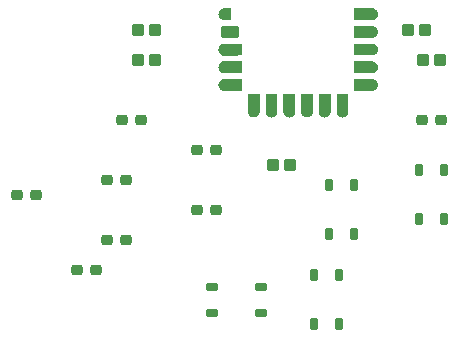
<source format=gtp>
G04*
G04 #@! TF.GenerationSoftware,Altium Limited,Altium Designer,25.4.2 (15)*
G04*
G04 Layer_Color=8421504*
%FSLAX44Y44*%
%MOMM*%
G71*
G04*
G04 #@! TF.SameCoordinates,122F49FF-69CD-467C-8DFD-42ED72D14C47*
G04*
G04*
G04 #@! TF.FilePolarity,Positive*
G04*
G01*
G75*
G04:AMPARAMS|DCode=13|XSize=1mm|YSize=1.6mm|CornerRadius=0.25mm|HoleSize=0mm|Usage=FLASHONLY|Rotation=0.000|XOffset=0mm|YOffset=0mm|HoleType=Round|Shape=RoundedRectangle|*
%AMROUNDEDRECTD13*
21,1,1.0000,1.1000,0,0,0.0*
21,1,0.5000,1.6000,0,0,0.0*
1,1,0.5000,0.2500,-0.5500*
1,1,0.5000,-0.2500,-0.5500*
1,1,0.5000,-0.2500,0.5500*
1,1,0.5000,0.2500,0.5500*
%
%ADD13ROUNDEDRECTD13*%
G04:AMPARAMS|DCode=14|XSize=1.6mm|YSize=1mm|CornerRadius=0.25mm|HoleSize=0mm|Usage=FLASHONLY|Rotation=0.000|XOffset=0mm|YOffset=0mm|HoleType=Round|Shape=RoundedRectangle|*
%AMROUNDEDRECTD14*
21,1,1.6000,0.5000,0,0,0.0*
21,1,1.1000,1.0000,0,0,0.0*
1,1,0.5000,0.5500,-0.2500*
1,1,0.5000,-0.5500,-0.2500*
1,1,0.5000,-0.5500,0.2500*
1,1,0.5000,0.5500,0.2500*
%
%ADD14ROUNDEDRECTD14*%
G04:AMPARAMS|DCode=15|XSize=1mm|YSize=1.1mm|CornerRadius=0.25mm|HoleSize=0mm|Usage=FLASHONLY|Rotation=90.000|XOffset=0mm|YOffset=0mm|HoleType=Round|Shape=RoundedRectangle|*
%AMROUNDEDRECTD15*
21,1,1.0000,0.6000,0,0,90.0*
21,1,0.5000,1.1000,0,0,90.0*
1,1,0.5000,0.3000,0.2500*
1,1,0.5000,0.3000,-0.2500*
1,1,0.5000,-0.3000,-0.2500*
1,1,0.5000,-0.3000,0.2500*
%
%ADD15ROUNDEDRECTD15*%
G04:AMPARAMS|DCode=16|XSize=0.9mm|YSize=0.95mm|CornerRadius=0.225mm|HoleSize=0mm|Usage=FLASHONLY|Rotation=90.000|XOffset=0mm|YOffset=0mm|HoleType=Round|Shape=RoundedRectangle|*
%AMROUNDEDRECTD16*
21,1,0.9000,0.5000,0,0,90.0*
21,1,0.4500,0.9500,0,0,90.0*
1,1,0.4500,0.2500,0.2250*
1,1,0.4500,0.2500,-0.2250*
1,1,0.4500,-0.2500,-0.2250*
1,1,0.4500,-0.2500,0.2250*
%
%ADD16ROUNDEDRECTD16*%
G04:AMPARAMS|DCode=17|XSize=0.65mm|YSize=1.05mm|CornerRadius=0.1625mm|HoleSize=0mm|Usage=FLASHONLY|Rotation=0.000|XOffset=0mm|YOffset=0mm|HoleType=Round|Shape=RoundedRectangle|*
%AMROUNDEDRECTD17*
21,1,0.6500,0.7250,0,0,0.0*
21,1,0.3250,1.0500,0,0,0.0*
1,1,0.3250,0.1625,-0.3625*
1,1,0.3250,-0.1625,-0.3625*
1,1,0.3250,-0.1625,0.3625*
1,1,0.3250,0.1625,0.3625*
%
%ADD17ROUNDEDRECTD17*%
G04:AMPARAMS|DCode=18|XSize=0.65mm|YSize=1.05mm|CornerRadius=0.1625mm|HoleSize=0mm|Usage=FLASHONLY|Rotation=270.000|XOffset=0mm|YOffset=0mm|HoleType=Round|Shape=RoundedRectangle|*
%AMROUNDEDRECTD18*
21,1,0.6500,0.7250,0,0,270.0*
21,1,0.3250,1.0500,0,0,270.0*
1,1,0.3250,-0.3625,-0.1625*
1,1,0.3250,-0.3625,0.1625*
1,1,0.3250,0.3625,0.1625*
1,1,0.3250,0.3625,-0.1625*
%
%ADD18ROUNDEDRECTD18*%
G36*
X235733Y197550D02*
X235726Y197288D01*
X235705Y197027D01*
X235671Y196768D01*
X235623Y196511D01*
X235562Y196256D01*
X235488Y196005D01*
X235401Y195758D01*
X235300Y195516D01*
X235188Y195280D01*
X235063Y195050D01*
X234926Y194827D01*
X234778Y194611D01*
X234618Y194403D01*
X234448Y194204D01*
X234268Y194014D01*
X234078Y193834D01*
X233879Y193664D01*
X233672Y193505D01*
X233456Y193357D01*
X233233Y193220D01*
X233003Y193095D01*
X232766Y192982D01*
X232525Y192882D01*
X232278Y192795D01*
X232027Y192720D01*
X231772Y192659D01*
X231515Y192612D01*
X231255Y192577D01*
X230994Y192557D01*
X230733Y192550D01*
X230471Y192557D01*
X230210Y192577D01*
X229951Y192612D01*
X229693Y192659D01*
X229439Y192720D01*
X229188Y192795D01*
X228941Y192882D01*
X228699Y192982D01*
X228463Y193095D01*
X228233Y193220D01*
X228009Y193357D01*
X227794Y193505D01*
X227586Y193664D01*
X227387Y193834D01*
X227197Y194014D01*
X227017Y194204D01*
X226847Y194403D01*
X226688Y194611D01*
X226539Y194827D01*
X226403Y195050D01*
X226278Y195280D01*
X226165Y195516D01*
X226065Y195758D01*
X225977Y196005D01*
X225903Y196256D01*
X225842Y196511D01*
X225794Y196768D01*
X225760Y197027D01*
X225740Y197288D01*
X225733Y197550D01*
Y212550D01*
X235733D01*
Y197550D01*
D02*
G37*
G36*
X250733D02*
X250726Y197288D01*
X250705Y197027D01*
X250671Y196768D01*
X250623Y196511D01*
X250562Y196256D01*
X250488Y196005D01*
X250401Y195758D01*
X250300Y195516D01*
X250188Y195280D01*
X250063Y195050D01*
X249926Y194827D01*
X249778Y194611D01*
X249618Y194403D01*
X249448Y194204D01*
X249268Y194014D01*
X249078Y193834D01*
X248879Y193664D01*
X248672Y193505D01*
X248456Y193357D01*
X248233Y193220D01*
X248003Y193095D01*
X247766Y192982D01*
X247525Y192882D01*
X247278Y192795D01*
X247027Y192720D01*
X246772Y192659D01*
X246515Y192612D01*
X246255Y192577D01*
X245994Y192557D01*
X245733Y192550D01*
X245471Y192557D01*
X245210Y192577D01*
X244951Y192612D01*
X244693Y192659D01*
X244439Y192720D01*
X244188Y192795D01*
X243941Y192882D01*
X243699Y192982D01*
X243463Y193095D01*
X243233Y193220D01*
X243009Y193357D01*
X242794Y193505D01*
X242586Y193664D01*
X242387Y193834D01*
X242197Y194014D01*
X242017Y194204D01*
X241847Y194403D01*
X241688Y194611D01*
X241539Y194827D01*
X241403Y195050D01*
X241278Y195280D01*
X241165Y195516D01*
X241065Y195758D01*
X240977Y196005D01*
X240903Y196256D01*
X240842Y196511D01*
X240794Y196768D01*
X240760Y197027D01*
X240740Y197288D01*
X240733Y197550D01*
Y212550D01*
X250733D01*
Y197550D01*
D02*
G37*
G36*
X265733D02*
X265726Y197288D01*
X265705Y197027D01*
X265671Y196768D01*
X265623Y196511D01*
X265562Y196256D01*
X265488Y196005D01*
X265401Y195758D01*
X265300Y195516D01*
X265188Y195280D01*
X265063Y195050D01*
X264926Y194827D01*
X264778Y194611D01*
X264618Y194403D01*
X264448Y194204D01*
X264268Y194014D01*
X264078Y193834D01*
X263879Y193664D01*
X263672Y193505D01*
X263456Y193357D01*
X263233Y193220D01*
X263003Y193095D01*
X262766Y192982D01*
X262525Y192882D01*
X262278Y192795D01*
X262027Y192720D01*
X261772Y192659D01*
X261515Y192612D01*
X261255Y192577D01*
X260994Y192557D01*
X260733Y192550D01*
X260471Y192557D01*
X260210Y192577D01*
X259951Y192612D01*
X259693Y192659D01*
X259439Y192720D01*
X259188Y192795D01*
X258941Y192882D01*
X258699Y192982D01*
X258463Y193095D01*
X258233Y193220D01*
X258009Y193357D01*
X257794Y193505D01*
X257586Y193664D01*
X257387Y193834D01*
X257197Y194014D01*
X257017Y194204D01*
X256847Y194403D01*
X256688Y194611D01*
X256539Y194827D01*
X256403Y195050D01*
X256278Y195280D01*
X256165Y195516D01*
X256065Y195758D01*
X255977Y196005D01*
X255903Y196256D01*
X255842Y196511D01*
X255794Y196768D01*
X255760Y197027D01*
X255740Y197288D01*
X255733Y197550D01*
Y212550D01*
X265733D01*
Y197550D01*
D02*
G37*
G36*
X220733Y215050D02*
X205733D01*
X205471Y215057D01*
X205210Y215077D01*
X204951Y215112D01*
X204693Y215159D01*
X204439Y215220D01*
X204188Y215295D01*
X203941Y215382D01*
X203699Y215482D01*
X203463Y215595D01*
X203233Y215720D01*
X203009Y215857D01*
X202794Y216005D01*
X202586Y216164D01*
X202387Y216334D01*
X202197Y216514D01*
X202017Y216704D01*
X201847Y216903D01*
X201688Y217111D01*
X201539Y217327D01*
X201403Y217550D01*
X201278Y217780D01*
X201165Y218016D01*
X201065Y218258D01*
X200977Y218505D01*
X200903Y218756D01*
X200842Y219011D01*
X200794Y219268D01*
X200760Y219527D01*
X200740Y219788D01*
X200733Y220050D01*
X200740Y220312D01*
X200760Y220573D01*
X200794Y220832D01*
X200842Y221090D01*
X200903Y221344D01*
X200977Y221595D01*
X201065Y221842D01*
X201165Y222084D01*
X201278Y222320D01*
X201403Y222550D01*
X201539Y222773D01*
X201688Y222989D01*
X201847Y223197D01*
X202017Y223396D01*
X202197Y223585D01*
X202387Y223766D01*
X202586Y223936D01*
X202794Y224095D01*
X203009Y224243D01*
X203233Y224380D01*
X203463Y224505D01*
X203699Y224618D01*
X203941Y224718D01*
X204188Y224805D01*
X204439Y224880D01*
X204693Y224941D01*
X204951Y224988D01*
X205210Y225023D01*
X205471Y225043D01*
X205733Y225050D01*
X220733D01*
Y215050D01*
D02*
G37*
G36*
Y230050D02*
X205733D01*
X205471Y230057D01*
X205210Y230077D01*
X204951Y230112D01*
X204693Y230159D01*
X204439Y230220D01*
X204188Y230295D01*
X203941Y230382D01*
X203699Y230482D01*
X203463Y230595D01*
X203233Y230720D01*
X203009Y230857D01*
X202794Y231005D01*
X202586Y231164D01*
X202387Y231334D01*
X202197Y231514D01*
X202017Y231704D01*
X201847Y231903D01*
X201688Y232111D01*
X201539Y232327D01*
X201403Y232550D01*
X201278Y232780D01*
X201165Y233016D01*
X201065Y233258D01*
X200977Y233505D01*
X200903Y233756D01*
X200842Y234011D01*
X200794Y234268D01*
X200760Y234527D01*
X200740Y234788D01*
X200733Y235050D01*
X200740Y235312D01*
X200760Y235573D01*
X200794Y235832D01*
X200842Y236090D01*
X200903Y236344D01*
X200977Y236595D01*
X201065Y236842D01*
X201165Y237084D01*
X201278Y237320D01*
X201403Y237550D01*
X201539Y237773D01*
X201688Y237989D01*
X201847Y238197D01*
X202017Y238396D01*
X202197Y238585D01*
X202387Y238766D01*
X202586Y238936D01*
X202794Y239095D01*
X203009Y239243D01*
X203233Y239380D01*
X203463Y239505D01*
X203699Y239618D01*
X203941Y239718D01*
X204188Y239805D01*
X204439Y239880D01*
X204693Y239941D01*
X204951Y239988D01*
X205210Y240023D01*
X205471Y240043D01*
X205733Y240050D01*
X220733D01*
Y230050D01*
D02*
G37*
G36*
Y245050D02*
X205733D01*
X205471Y245057D01*
X205210Y245077D01*
X204951Y245112D01*
X204693Y245159D01*
X204439Y245220D01*
X204188Y245295D01*
X203941Y245382D01*
X203699Y245482D01*
X203463Y245595D01*
X203233Y245720D01*
X203009Y245857D01*
X202794Y246005D01*
X202586Y246164D01*
X202387Y246334D01*
X202197Y246514D01*
X202017Y246704D01*
X201847Y246903D01*
X201688Y247111D01*
X201539Y247327D01*
X201403Y247550D01*
X201278Y247780D01*
X201165Y248016D01*
X201065Y248258D01*
X200977Y248505D01*
X200903Y248756D01*
X200842Y249010D01*
X200794Y249268D01*
X200760Y249527D01*
X200740Y249788D01*
X200733Y250050D01*
X200740Y250312D01*
X200760Y250573D01*
X200794Y250832D01*
X200842Y251090D01*
X200903Y251344D01*
X200977Y251595D01*
X201065Y251842D01*
X201165Y252084D01*
X201278Y252320D01*
X201403Y252550D01*
X201539Y252773D01*
X201688Y252989D01*
X201847Y253197D01*
X202017Y253396D01*
X202197Y253585D01*
X202387Y253766D01*
X202586Y253936D01*
X202794Y254095D01*
X203009Y254243D01*
X203233Y254380D01*
X203463Y254505D01*
X203699Y254618D01*
X203941Y254718D01*
X204188Y254805D01*
X204439Y254880D01*
X204693Y254941D01*
X204951Y254988D01*
X205210Y255023D01*
X205471Y255043D01*
X205733Y255050D01*
X220733D01*
Y245050D01*
D02*
G37*
G36*
X211733Y275050D02*
X205733D01*
X205471Y275057D01*
X205210Y275077D01*
X204951Y275112D01*
X204693Y275159D01*
X204439Y275220D01*
X204188Y275295D01*
X203941Y275382D01*
X203699Y275482D01*
X203463Y275595D01*
X203233Y275720D01*
X203009Y275857D01*
X202794Y276005D01*
X202586Y276164D01*
X202387Y276334D01*
X202197Y276514D01*
X202017Y276704D01*
X201847Y276903D01*
X201688Y277111D01*
X201539Y277327D01*
X201403Y277550D01*
X201278Y277780D01*
X201165Y278016D01*
X201065Y278258D01*
X200977Y278505D01*
X200903Y278756D01*
X200842Y279010D01*
X200794Y279268D01*
X200760Y279527D01*
X200740Y279788D01*
X200733Y280050D01*
X200740Y280312D01*
X200760Y280573D01*
X200794Y280832D01*
X200842Y281090D01*
X200903Y281344D01*
X200977Y281595D01*
X201065Y281842D01*
X201165Y282084D01*
X201278Y282320D01*
X201403Y282550D01*
X201539Y282773D01*
X201688Y282989D01*
X201847Y283197D01*
X202017Y283396D01*
X202197Y283585D01*
X202387Y283766D01*
X202586Y283936D01*
X202794Y284095D01*
X203009Y284243D01*
X203233Y284380D01*
X203463Y284505D01*
X203699Y284618D01*
X203941Y284718D01*
X204188Y284805D01*
X204439Y284880D01*
X204693Y284941D01*
X204951Y284988D01*
X205210Y285023D01*
X205471Y285043D01*
X205733Y285050D01*
X211733D01*
Y275050D01*
D02*
G37*
G36*
X280733Y197550D02*
X280726Y197288D01*
X280705Y197027D01*
X280671Y196768D01*
X280623Y196511D01*
X280562Y196256D01*
X280488Y196005D01*
X280401Y195758D01*
X280300Y195516D01*
X280188Y195280D01*
X280063Y195050D01*
X279926Y194827D01*
X279778Y194611D01*
X279618Y194403D01*
X279448Y194204D01*
X279268Y194014D01*
X279078Y193834D01*
X278879Y193664D01*
X278672Y193505D01*
X278456Y193357D01*
X278233Y193220D01*
X278003Y193095D01*
X277766Y192982D01*
X277525Y192882D01*
X277278Y192795D01*
X277027Y192720D01*
X276772Y192659D01*
X276515Y192612D01*
X276255Y192577D01*
X275994Y192557D01*
X275733Y192550D01*
X275471Y192557D01*
X275210Y192577D01*
X274951Y192612D01*
X274693Y192659D01*
X274439Y192720D01*
X274188Y192795D01*
X273941Y192882D01*
X273699Y192982D01*
X273463Y193095D01*
X273233Y193220D01*
X273009Y193357D01*
X272794Y193505D01*
X272586Y193664D01*
X272387Y193834D01*
X272197Y194014D01*
X272017Y194204D01*
X271847Y194403D01*
X271688Y194611D01*
X271539Y194827D01*
X271403Y195050D01*
X271278Y195280D01*
X271165Y195516D01*
X271065Y195758D01*
X270977Y196005D01*
X270903Y196256D01*
X270842Y196511D01*
X270794Y196768D01*
X270760Y197027D01*
X270740Y197288D01*
X270733Y197550D01*
Y212550D01*
X280733D01*
Y197550D01*
D02*
G37*
G36*
X295733D02*
X295726Y197288D01*
X295705Y197027D01*
X295671Y196768D01*
X295623Y196511D01*
X295562Y196256D01*
X295488Y196005D01*
X295401Y195758D01*
X295301Y195516D01*
X295188Y195280D01*
X295063Y195050D01*
X294926Y194827D01*
X294778Y194611D01*
X294618Y194403D01*
X294448Y194204D01*
X294268Y194014D01*
X294078Y193834D01*
X293879Y193664D01*
X293672Y193505D01*
X293456Y193357D01*
X293233Y193220D01*
X293003Y193095D01*
X292766Y192982D01*
X292525Y192882D01*
X292278Y192795D01*
X292027Y192720D01*
X291772Y192659D01*
X291515Y192612D01*
X291255Y192577D01*
X290994Y192557D01*
X290733Y192550D01*
X290471Y192557D01*
X290210Y192577D01*
X289951Y192612D01*
X289693Y192659D01*
X289439Y192720D01*
X289188Y192795D01*
X288941Y192882D01*
X288699Y192982D01*
X288463Y193095D01*
X288233Y193220D01*
X288009Y193357D01*
X287794Y193505D01*
X287586Y193664D01*
X287387Y193834D01*
X287197Y194014D01*
X287017Y194204D01*
X286847Y194403D01*
X286688Y194611D01*
X286539Y194827D01*
X286403Y195050D01*
X286278Y195280D01*
X286165Y195516D01*
X286065Y195758D01*
X285977Y196005D01*
X285903Y196256D01*
X285842Y196511D01*
X285794Y196768D01*
X285760Y197027D01*
X285740Y197288D01*
X285733Y197550D01*
Y212550D01*
X295733D01*
Y197550D01*
D02*
G37*
G36*
X310733D02*
X310726Y197288D01*
X310705Y197027D01*
X310671Y196768D01*
X310623Y196511D01*
X310562Y196256D01*
X310488Y196005D01*
X310401Y195758D01*
X310300Y195516D01*
X310188Y195280D01*
X310063Y195050D01*
X309926Y194827D01*
X309778Y194611D01*
X309618Y194403D01*
X309448Y194204D01*
X309268Y194014D01*
X309078Y193834D01*
X308879Y193664D01*
X308672Y193505D01*
X308456Y193357D01*
X308233Y193220D01*
X308003Y193095D01*
X307766Y192982D01*
X307525Y192882D01*
X307278Y192795D01*
X307027Y192720D01*
X306772Y192659D01*
X306515Y192612D01*
X306255Y192577D01*
X305994Y192557D01*
X305733Y192550D01*
X305471Y192557D01*
X305210Y192577D01*
X304951Y192612D01*
X304693Y192659D01*
X304439Y192720D01*
X304188Y192795D01*
X303941Y192882D01*
X303699Y192982D01*
X303463Y193095D01*
X303233Y193220D01*
X303009Y193357D01*
X302794Y193505D01*
X302586Y193664D01*
X302387Y193834D01*
X302197Y194014D01*
X302017Y194204D01*
X301847Y194403D01*
X301688Y194611D01*
X301539Y194827D01*
X301403Y195050D01*
X301278Y195280D01*
X301165Y195516D01*
X301065Y195758D01*
X300977Y196005D01*
X300903Y196256D01*
X300842Y196511D01*
X300794Y196768D01*
X300760Y197027D01*
X300740Y197288D01*
X300733Y197550D01*
Y212550D01*
X310733D01*
Y197550D01*
D02*
G37*
G36*
X330994Y225043D02*
X331255Y225023D01*
X331515Y224988D01*
X331772Y224941D01*
X332027Y224880D01*
X332278Y224805D01*
X332525Y224718D01*
X332766Y224618D01*
X333003Y224505D01*
X333233Y224380D01*
X333456Y224243D01*
X333672Y224095D01*
X333879Y223936D01*
X334078Y223766D01*
X334268Y223585D01*
X334448Y223396D01*
X334618Y223197D01*
X334778Y222989D01*
X334926Y222773D01*
X335063Y222550D01*
X335188Y222320D01*
X335300Y222084D01*
X335401Y221842D01*
X335488Y221595D01*
X335562Y221344D01*
X335624Y221090D01*
X335671Y220832D01*
X335705Y220573D01*
X335726Y220312D01*
X335733Y220050D01*
X335726Y219788D01*
X335705Y219527D01*
X335671Y219268D01*
X335624Y219011D01*
X335562Y218756D01*
X335488Y218505D01*
X335401Y218258D01*
X335300Y218016D01*
X335188Y217780D01*
X335063Y217550D01*
X334926Y217327D01*
X334778Y217111D01*
X334618Y216903D01*
X334448Y216704D01*
X334268Y216514D01*
X334078Y216334D01*
X333879Y216164D01*
X333672Y216005D01*
X333456Y215857D01*
X333233Y215720D01*
X333003Y215595D01*
X332766Y215482D01*
X332525Y215382D01*
X332278Y215295D01*
X332027Y215220D01*
X331772Y215159D01*
X331515Y215112D01*
X331255Y215077D01*
X330994Y215057D01*
X330733Y215050D01*
X315733D01*
Y225050D01*
X330733D01*
X330994Y225043D01*
D02*
G37*
G36*
Y240043D02*
X331255Y240023D01*
X331515Y239988D01*
X331772Y239941D01*
X332027Y239880D01*
X332278Y239805D01*
X332525Y239718D01*
X332766Y239618D01*
X333003Y239505D01*
X333233Y239380D01*
X333456Y239243D01*
X333672Y239095D01*
X333879Y238936D01*
X334078Y238766D01*
X334268Y238585D01*
X334448Y238396D01*
X334618Y238197D01*
X334778Y237989D01*
X334926Y237773D01*
X335063Y237550D01*
X335188Y237320D01*
X335300Y237084D01*
X335401Y236842D01*
X335488Y236595D01*
X335562Y236344D01*
X335624Y236090D01*
X335671Y235832D01*
X335705Y235573D01*
X335726Y235312D01*
X335733Y235050D01*
X335726Y234788D01*
X335705Y234527D01*
X335671Y234268D01*
X335624Y234011D01*
X335562Y233756D01*
X335488Y233505D01*
X335401Y233258D01*
X335300Y233016D01*
X335188Y232780D01*
X335063Y232550D01*
X334926Y232327D01*
X334778Y232111D01*
X334618Y231903D01*
X334448Y231704D01*
X334268Y231514D01*
X334078Y231334D01*
X333879Y231164D01*
X333672Y231005D01*
X333456Y230857D01*
X333233Y230720D01*
X333003Y230595D01*
X332766Y230482D01*
X332525Y230382D01*
X332278Y230295D01*
X332027Y230220D01*
X331772Y230159D01*
X331515Y230112D01*
X331255Y230077D01*
X330994Y230057D01*
X330733Y230050D01*
X315733D01*
Y240050D01*
X330733D01*
X330994Y240043D01*
D02*
G37*
G36*
Y255043D02*
X331255Y255023D01*
X331515Y254988D01*
X331772Y254941D01*
X332027Y254880D01*
X332278Y254805D01*
X332525Y254718D01*
X332766Y254618D01*
X333003Y254505D01*
X333233Y254380D01*
X333456Y254243D01*
X333672Y254095D01*
X333879Y253936D01*
X334078Y253766D01*
X334268Y253585D01*
X334448Y253396D01*
X334618Y253197D01*
X334778Y252989D01*
X334926Y252773D01*
X335063Y252550D01*
X335188Y252320D01*
X335300Y252084D01*
X335401Y251842D01*
X335488Y251595D01*
X335562Y251344D01*
X335624Y251090D01*
X335671Y250832D01*
X335705Y250573D01*
X335726Y250312D01*
X335733Y250050D01*
X335726Y249788D01*
X335705Y249527D01*
X335671Y249268D01*
X335624Y249010D01*
X335562Y248756D01*
X335488Y248505D01*
X335401Y248258D01*
X335300Y248016D01*
X335188Y247780D01*
X335063Y247550D01*
X334926Y247327D01*
X334778Y247111D01*
X334618Y246903D01*
X334448Y246704D01*
X334268Y246514D01*
X334078Y246334D01*
X333879Y246164D01*
X333672Y246005D01*
X333456Y245857D01*
X333233Y245720D01*
X333003Y245595D01*
X332766Y245482D01*
X332525Y245382D01*
X332278Y245295D01*
X332027Y245220D01*
X331772Y245159D01*
X331515Y245112D01*
X331255Y245077D01*
X330994Y245057D01*
X330733Y245050D01*
X315733D01*
Y255050D01*
X330733D01*
X330994Y255043D01*
D02*
G37*
G36*
Y270043D02*
X331255Y270023D01*
X331515Y269988D01*
X331772Y269941D01*
X332027Y269880D01*
X332278Y269805D01*
X332525Y269718D01*
X332766Y269618D01*
X333003Y269505D01*
X333233Y269380D01*
X333456Y269243D01*
X333672Y269095D01*
X333879Y268936D01*
X334078Y268766D01*
X334268Y268585D01*
X334448Y268396D01*
X334618Y268197D01*
X334778Y267989D01*
X334926Y267773D01*
X335063Y267550D01*
X335188Y267320D01*
X335300Y267084D01*
X335401Y266842D01*
X335488Y266595D01*
X335562Y266344D01*
X335624Y266090D01*
X335671Y265832D01*
X335705Y265573D01*
X335726Y265312D01*
X335733Y265050D01*
X335726Y264788D01*
X335705Y264527D01*
X335671Y264268D01*
X335624Y264010D01*
X335562Y263756D01*
X335488Y263505D01*
X335401Y263258D01*
X335300Y263016D01*
X335188Y262780D01*
X335063Y262550D01*
X334926Y262327D01*
X334778Y262111D01*
X334618Y261903D01*
X334448Y261704D01*
X334268Y261514D01*
X334078Y261334D01*
X333879Y261164D01*
X333672Y261005D01*
X333456Y260857D01*
X333233Y260720D01*
X333003Y260595D01*
X332766Y260482D01*
X332525Y260382D01*
X332278Y260295D01*
X332027Y260220D01*
X331772Y260159D01*
X331515Y260112D01*
X331255Y260077D01*
X330994Y260057D01*
X330733Y260050D01*
X315733D01*
Y270050D01*
X330733D01*
X330994Y270043D01*
D02*
G37*
G36*
Y285043D02*
X331255Y285023D01*
X331515Y284988D01*
X331772Y284941D01*
X332027Y284880D01*
X332278Y284805D01*
X332525Y284718D01*
X332766Y284618D01*
X333003Y284505D01*
X333233Y284380D01*
X333456Y284243D01*
X333672Y284095D01*
X333879Y283936D01*
X334078Y283766D01*
X334268Y283585D01*
X334448Y283396D01*
X334618Y283197D01*
X334778Y282989D01*
X334926Y282773D01*
X335063Y282550D01*
X335188Y282320D01*
X335300Y282084D01*
X335401Y281842D01*
X335488Y281595D01*
X335562Y281344D01*
X335624Y281090D01*
X335671Y280832D01*
X335705Y280573D01*
X335726Y280312D01*
X335733Y280050D01*
X335726Y279788D01*
X335705Y279527D01*
X335671Y279268D01*
X335624Y279010D01*
X335562Y278756D01*
X335488Y278505D01*
X335401Y278258D01*
X335300Y278016D01*
X335188Y277780D01*
X335063Y277550D01*
X334926Y277327D01*
X334778Y277111D01*
X334618Y276903D01*
X334448Y276704D01*
X334268Y276514D01*
X334078Y276334D01*
X333879Y276164D01*
X333672Y276005D01*
X333456Y275857D01*
X333233Y275720D01*
X333003Y275595D01*
X332766Y275482D01*
X332525Y275382D01*
X332278Y275295D01*
X332027Y275220D01*
X331772Y275159D01*
X331515Y275112D01*
X331255Y275077D01*
X330994Y275057D01*
X330733Y275050D01*
X315733D01*
Y285050D01*
X330733D01*
X330994Y285043D01*
D02*
G37*
D13*
X230733Y202550D02*
D03*
D14*
X210733Y220050D02*
D03*
Y235050D02*
D03*
Y250050D02*
D03*
Y265050D02*
D03*
D15*
X132450Y266700D02*
D03*
X146950D02*
D03*
X246750Y152400D02*
D03*
X373750Y241300D02*
D03*
X388250D02*
D03*
X132450D02*
D03*
X146950D02*
D03*
X261250Y152400D02*
D03*
X361050Y266700D02*
D03*
X375550D02*
D03*
D16*
X182750Y165100D02*
D03*
X106550Y139700D02*
D03*
Y88900D02*
D03*
X96650Y63500D02*
D03*
X81150D02*
D03*
X198250Y165100D02*
D03*
X388750Y190500D02*
D03*
X373250D02*
D03*
X45850Y127000D02*
D03*
X30350D02*
D03*
X122050Y88900D02*
D03*
Y139700D02*
D03*
X134750Y190500D02*
D03*
X119250D02*
D03*
X198250Y114300D02*
D03*
X182750D02*
D03*
D17*
X315550Y135050D02*
D03*
X294050D02*
D03*
Y93550D02*
D03*
X315550D02*
D03*
X281350Y17350D02*
D03*
X302850D02*
D03*
Y58850D02*
D03*
X281350D02*
D03*
X391750Y147750D02*
D03*
X370250D02*
D03*
Y106250D02*
D03*
X391750D02*
D03*
D18*
X236650Y27350D02*
D03*
Y48850D02*
D03*
X195150D02*
D03*
Y27350D02*
D03*
M02*

</source>
